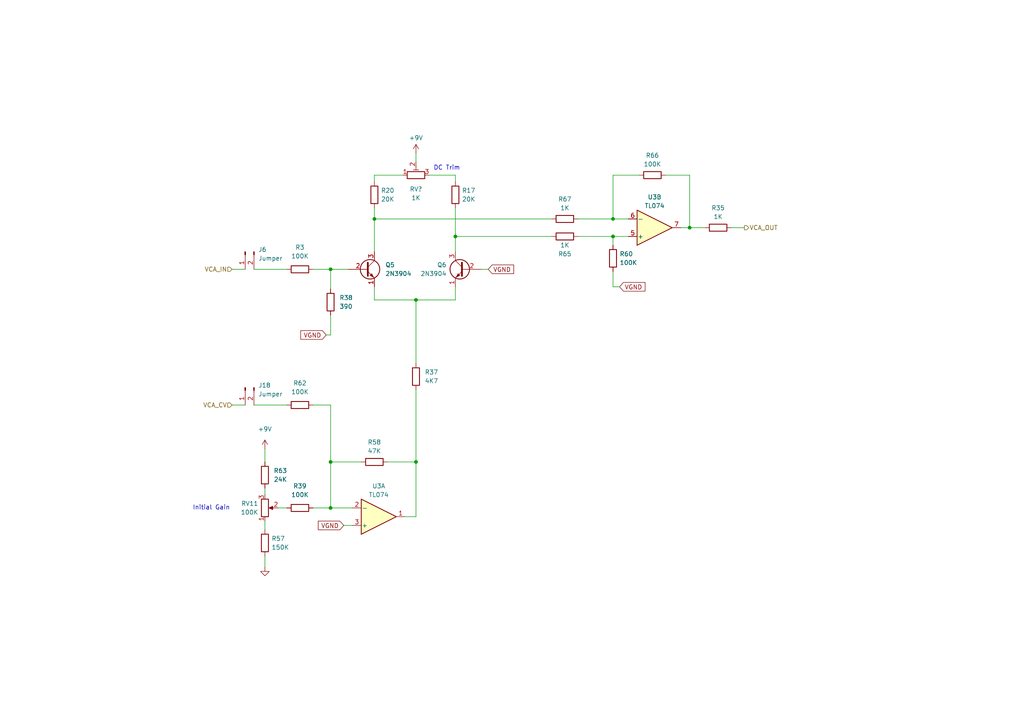
<source format=kicad_sch>
(kicad_sch (version 20211123) (generator eeschema)
  (paper "A4")
  (title_block (title "LivSynth - VCA") (date "2022-07-18") (rev "${Version}") (company "SloBlo Labs"))
  (lib_symbols
    (symbol "Amplifier_Operational:TL074" (pin_names (offset 0.127))
      (property "Reference" "U" (at 0 5.08 0))
      (property "Value" "TL074" (at 0 -5.08 0))
      (symbol "TL074_1_1"
        (polyline (pts (xy -5.08 5.08) (xy 5.08 0) (xy -5.08 -5.08) (xy -5.08 5.08)) (stroke (width 0.254)) (fill (type background)))
        (pin output line (at 7.62 0 180) (length 2.54) (name "~") (number "1"))
        (pin input line (at -7.62 -2.54 0) (length 2.54) (name "-") (number "2"))
        (pin input line (at -7.62 2.54 0) (length 2.54) (name "+") (number "3"))
      )
      (symbol "TL074_2_1"
        (polyline (pts (xy -5.08 5.08) (xy 5.08 0) (xy -5.08 -5.08) (xy -5.08 5.08)) (stroke (width 0.254)) (fill (type background)))
        (pin input line (at -7.62 2.54 0) (length 2.54) (name "+") (number "5"))
        (pin input line (at -7.62 -2.54 0) (length 2.54) (name "-") (number "6"))
        (pin output line (at 7.62 0 180) (length 2.54) (name "~") (number "7"))
      )
      (symbol "TL074_3_1"
        (polyline (pts (xy -5.08 5.08) (xy 5.08 0) (xy -5.08 -5.08) (xy -5.08 5.08)) (stroke (width 0.254)) (fill (type background)))
        (pin input line (at -7.62 2.54 0) (length 2.54) (name "+") (number "10"))
        (pin output line (at 7.62 0 180) (length 2.54) (name "~") (number "8"))
        (pin input line (at -7.62 -2.54 0) (length 2.54) (name "-") (number "9"))
      )
      (symbol "TL074_4_1"
        (polyline (pts (xy -5.08 5.08) (xy 5.08 0) (xy -5.08 -5.08) (xy -5.08 5.08)) (stroke (width 0.254)) (fill (type background)))
        (pin input line (at -7.62 2.54 0) (length 2.54) (name "+") (number "12"))
        (pin input line (at -7.62 -2.54 0) (length 2.54) (name "-") (number "13"))
        (pin output line (at 7.62 0 180) (length 2.54) (name "~") (number "14"))
      )
      (symbol "TL074_5_1"
        (pin power_in line (at -2.54 -7.62 90) (length 3.81) (name "V-") (number "11"))
        (pin power_in line (at -2.54 7.62 270) (length 3.81) (name "V+") (number "4"))
      )
    )
    (symbol "Connector:Conn_01x02_Male" (pin_names (offset 1.016) hide)
      (property "Reference" "J" (at 0 2.54 0))
      (property "Value" "Conn_01x02_Male" (at 0 -5.08 0))
      (symbol "Conn_01x02_Male_1_1"
        (polyline (pts (xy 1.27 -2.54) (xy 0.8636 -2.54)) (stroke (width 0.1524)))
        (polyline (pts (xy 1.27 0) (xy 0.8636 0)) (stroke (width 0.1524)))
        (rectangle (start 0.8636 -2.413) (end 0 -2.667) (stroke (width 0.1524)) (fill (type outline)))
        (rectangle (start 0.8636 0.127) (end 0 -0.127) (stroke (width 0.1524)) (fill (type outline)))
        (pin passive line (at 5.08 0 180) (length 3.81) (name "Pin_1") (number "1"))
        (pin passive line (at 5.08 -2.54 180) (length 3.81) (name "Pin_2") (number "2"))
      )
    )
    (symbol "Device:R" (pin_numbers hide) (pin_names (offset 0))
      (property "Reference" "R" (at 2.032 0 90))
      (property "Value" "R" (at 0 0 90))
      (symbol "R_0_1"
        (rectangle (start -1.016 -2.54) (end 1.016 2.54) (stroke (width 0.254)))
      )
      (symbol "R_1_1"
        (pin passive line (at 0 3.81 270) (length 1.27) (name "~") (number "1"))
        (pin passive line (at 0 -3.81 90) (length 1.27) (name "~") (number "2"))
      )
    )
    (symbol "Device:R_Potentiometer" (pin_names (offset 1.016) hide)
      (property "Reference" "RV" (at -4.445 0 90))
      (property "Value" "R_Potentiometer" (at -2.54 0 90))
      (symbol "R_Potentiometer_0_1"
        (polyline (pts (xy 2.54 0) (xy 1.524 0)))
        (polyline (pts (xy 1.143 0) (xy 2.286 0.508) (xy 2.286 -0.508) (xy 1.143 0)) (fill (type outline)))
        (rectangle (start 1.016 2.54) (end -1.016 -2.54) (stroke (width 0.254)))
      )
      (symbol "R_Potentiometer_1_1"
        (pin passive line (at 0 3.81 270) (length 1.27) (name "1") (number "1"))
        (pin passive line (at 3.81 0 180) (length 1.27) (name "2") (number "2"))
        (pin passive line (at 0 -3.81 90) (length 1.27) (name "3") (number "3"))
      )
    )
    (symbol "Device:R_Potentiometer_Trim" (pin_names (offset 1.016) hide)
      (property "Reference" "RV" (at -4.445 0 90))
      (property "Value" "R_Potentiometer_Trim" (at -2.54 0 90))
      (symbol "R_Potentiometer_Trim_0_1"
        (polyline (pts (xy 1.524 0.762) (xy 1.524 -0.762)))
        (polyline (pts (xy 2.54 0) (xy 1.524 0)))
        (rectangle (start 1.016 2.54) (end -1.016 -2.54) (stroke (width 0.254)))
      )
      (symbol "R_Potentiometer_Trim_1_1"
        (pin passive line (at 0 3.81 270) (length 1.27) (name "1") (number "1"))
        (pin passive line (at 3.81 0 180) (length 1.27) (name "2") (number "2"))
        (pin passive line (at 0 -3.81 90) (length 1.27) (name "3") (number "3"))
      )
    )
    (symbol "Transistor_BJT:2N3904" (pin_names (offset 0) hide)
      (property "Reference" "Q" (at 5.08 1.905 0))
      (property "Value" "2N3904" (at 5.08 0 0))
      (symbol "2N3904_0_1"
        (polyline (pts (xy 0.635 0.635) (xy 2.54 2.54)))
        (polyline (pts (xy 0.635 -0.635) (xy 2.54 -2.54) (xy 2.54 -2.54)))
        (polyline (pts (xy 0.635 1.905) (xy 0.635 -1.905) (xy 0.635 -1.905)) (stroke (width 0.508)))
        (polyline (pts (xy 1.27 -1.778) (xy 1.778 -1.27) (xy 2.286 -2.286) (xy 1.27 -1.778) (xy 1.27 -1.778)) (fill (type outline)))
        (circle (center 1.27 0) (radius 2.8194) (stroke (width 0.254)))
      )
      (symbol "2N3904_1_1"
        (pin passive line (at 2.54 -5.08 90) (length 2.54) (name "E") (number "1"))
        (pin passive line (at -5.08 0 0) (length 5.715) (name "B") (number "2"))
        (pin passive line (at 2.54 5.08 270) (length 2.54) (name "C") (number "3"))
      )
    )
    (symbol "power:+9V" (power) (pin_names (offset 0))
      (property "Value" "+9V" (at 0 3.556 0))
      (symbol "+9V_0_1"
        (polyline (pts (xy -0.762 1.27) (xy 0 2.54)))
        (polyline (pts (xy 0 0) (xy 0 2.54)))
        (polyline (pts (xy 0 2.54) (xy 0.762 1.27)))
      )
      (symbol "+9V_1_1"
        (pin power_in line (at 0 0 90) (length 0) hide (name "+9V") (number "1"))
      )
    )
    (symbol "power:GND" (power) (pin_names (offset 0))
      (property "Value" "GND" (at 0 -3.81 0))
      (symbol "GND_0_1"
        (polyline (pts (xy 0 0) (xy 0 -1.27) (xy 1.27 -1.27) (xy 0 -2.54) (xy -1.27 -1.27) (xy 0 -1.27)))
      )
      (symbol "GND_1_1"
        (pin power_in line (at 0 0 270) (length 0) hide (name "GND") (number "1"))
      )
    )
  )
  (junction (at 177.8 68.58))
  (junction (at 120.65 86.995))
  (junction (at 95.885 147.32))
  (junction (at 132.08 68.58))
  (junction (at 108.585 63.5))
  (junction (at 200.025 66.04))
  (junction (at 95.885 78.105))
  (junction (at 95.885 133.985))
  (junction (at 120.65 133.985))
  (junction (at 177.8 63.5))
  (wire (pts (xy 200.025 66.04) (xy 204.47 66.04)))
  (wire (pts (xy 67.31 117.475) (xy 71.12 117.475)))
  (wire (pts (xy 139.7 78.105) (xy 141.605 78.105)))
  (wire (pts (xy 120.65 133.985) (xy 120.65 149.86)))
  (wire (pts (xy 90.805 117.475) (xy 95.885 117.475)))
  (wire (pts (xy 90.805 147.32) (xy 95.885 147.32)))
  (wire (pts (xy 200.025 66.04) (xy 200.025 50.8)))
  (wire (pts (xy 120.65 86.995) (xy 132.08 86.995)))
  (wire (pts (xy 95.885 147.32) (xy 102.235 147.32)))
  (wire (pts (xy 212.09 66.04) (xy 215.9 66.04)))
  (wire (pts (xy 177.8 50.8) (xy 177.8 63.5)))
  (wire (pts (xy 177.8 68.58) (xy 177.8 71.12)))
  (wire (pts (xy 185.42 50.8) (xy 177.8 50.8)))
  (wire (pts (xy 177.8 83.185) (xy 179.705 83.185)))
  (wire (pts (xy 200.025 50.8) (xy 193.04 50.8)))
  (wire (pts (xy 76.835 130.175) (xy 76.835 133.985)))
  (wire (pts (xy 73.66 78.105) (xy 83.185 78.105)))
  (wire (pts (xy 95.885 78.105) (xy 100.965 78.105)))
  (wire (pts (xy 90.805 78.105) (xy 95.885 78.105)))
  (wire (pts (xy 108.585 63.5) (xy 108.585 73.025)))
  (wire (pts (xy 132.08 68.58) (xy 132.08 73.025)))
  (wire (pts (xy 124.46 50.8) (xy 132.08 50.8)))
  (wire (pts (xy 99.695 152.4) (xy 102.235 152.4)))
  (wire (pts (xy 108.585 50.8) (xy 116.84 50.8)))
  (wire (pts (xy 120.65 105.41) (xy 120.65 86.995)))
  (wire (pts (xy 177.8 63.5) (xy 182.245 63.5)))
  (wire (pts (xy 76.835 161.29) (xy 76.835 164.465)))
  (wire (pts (xy 132.08 50.8) (xy 132.08 52.705)))
  (wire (pts (xy 108.585 86.995) (xy 120.65 86.995)))
  (wire (pts (xy 112.395 133.985) (xy 120.65 133.985)))
  (wire (pts (xy 94.615 97.155) (xy 95.885 97.155)))
  (wire (pts (xy 167.64 63.5) (xy 177.8 63.5)))
  (wire (pts (xy 76.835 141.605) (xy 76.835 143.51)))
  (wire (pts (xy 67.31 78.105) (xy 71.12 78.105)))
  (wire (pts (xy 197.485 66.04) (xy 200.025 66.04)))
  (wire (pts (xy 95.885 83.82) (xy 95.885 78.105)))
  (wire (pts (xy 73.66 117.475) (xy 83.185 117.475)))
  (wire (pts (xy 108.585 60.325) (xy 108.585 63.5)))
  (wire (pts (xy 104.775 133.985) (xy 95.885 133.985)))
  (wire (pts (xy 76.835 151.13) (xy 76.835 153.67)))
  (wire (pts (xy 108.585 50.8) (xy 108.585 52.705)))
  (wire (pts (xy 177.8 78.74) (xy 177.8 83.185)))
  (wire (pts (xy 120.65 44.45) (xy 120.65 46.99)))
  (wire (pts (xy 120.65 149.86) (xy 117.475 149.86)))
  (wire (pts (xy 108.585 83.185) (xy 108.585 86.995)))
  (wire (pts (xy 120.65 113.03) (xy 120.65 133.985)))
  (wire (pts (xy 132.08 60.325) (xy 132.08 68.58)))
  (wire (pts (xy 177.8 68.58) (xy 182.245 68.58)))
  (wire (pts (xy 95.885 117.475) (xy 95.885 133.985)))
  (wire (pts (xy 132.08 68.58) (xy 160.02 68.58)))
  (wire (pts (xy 108.585 63.5) (xy 160.02 63.5)))
  (wire (pts (xy 95.885 133.985) (xy 95.885 147.32)))
  (wire (pts (xy 132.08 86.995) (xy 132.08 83.185)))
  (wire (pts (xy 167.64 68.58) (xy 177.8 68.58)))
  (wire (pts (xy 80.645 147.32) (xy 83.185 147.32)))
  (wire (pts (xy 95.885 97.155) (xy 95.885 91.44)))
  (text "DC Trim" (at 125.73 49.53 0) (effects (font (size 1.27 1.27)) (justify left bottom)))
  (text "Initial Gain" (at 55.88 148.082 0) (effects (font (size 1.27 1.27)) (justify left bottom)))
  (global_label "VGND" (shape input) (at 179.705 83.185 0) (property "Intersheet References" "${INTERSHEET_REFS}" (effects hide)))
  (global_label "VGND" (shape input) (at 94.615 97.155 180) (property "Intersheet References" "${INTERSHEET_REFS}" (effects hide)))
  (global_label "VGND" (shape input) (at 99.695 152.4 180) (property "Intersheet References" "${INTERSHEET_REFS}" (effects hide)))
  (global_label "VGND" (shape input) (at 141.605 78.105 0) (property "Intersheet References" "${INTERSHEET_REFS}" (effects hide)))
  (hierarchical_label "VCA_OUT" (shape output) (at 215.9 66.04 0))
  (hierarchical_label "VCA_IN" (shape input) (at 67.31 78.105 180))
  (hierarchical_label "VCA_CV" (shape input) (at 67.31 117.475 180))
  (symbol (lib_id "power:GND") (at 76.835 164.465 0) (unit 1)
    (property "Reference" "#PWR061" (effects hide))
    (property "Value" "GND" (effects hide))
  )
  (symbol (lib_id "Device:R") (at 132.08 56.515 0) (unit 1)
    (property "Reference" "R17" (at 133.985 55.2449 0) (effects (justify left)))
    (property "Value" "20K" (at 133.985 57.7849 0) (effects (justify left)))
    (property "Footprint" "Resistor_THT:R_Axial_DIN0207_L6.3mm_D2.5mm_P7.62mm_Horizontal" (effects hide))
  )
  (symbol (lib_id "Device:R") (at 120.65 109.22 0) (unit 1)
    (property "Reference" "R37" (at 123.19 107.9499 0) (effects (justify left)))
    (property "Value" "4K7" (at 123.19 110.4899 0) (effects (justify left)))
    (property "Footprint" "Resistor_THT:R_Axial_DIN0207_L6.3mm_D2.5mm_P7.62mm_Horizontal" (effects hide))
  )
  (symbol (lib_id "Device:R") (at 95.885 87.63 0) (unit 1)
    (property "Reference" "R38" (at 98.425 86.3599 0) (effects (justify left)))
    (property "Value" "390" (at 98.425 88.8999 0) (effects (justify left)))
    (property "Footprint" "Resistor_THT:R_Axial_DIN0207_L6.3mm_D2.5mm_P7.62mm_Horizontal" (effects hide))
  )
  (symbol (lib_id "Device:R") (at 86.995 147.32 90) (unit 1)
    (property "Reference" "R39" (at 86.995 140.97 90))
    (property "Value" "100K" (at 86.995 143.51 90))
    (property "Footprint" "Resistor_THT:R_Axial_DIN0207_L6.3mm_D2.5mm_P7.62mm_Horizontal" (effects hide))
  )
  (symbol (lib_id "power:+9V") (at 120.65 44.45 0) (unit 1)
    (property "Reference" "#PWR057" (effects hide))
    (property "Value" "+9V" (at 120.65 40.005 0))
  )
  (symbol (lib_id "Device:R_Potentiometer_Trim") (at 120.65 50.8 90) (unit 1)
    (property "Reference" "RV?" (at 120.65 54.864 90))
    (property "Value" "1K" (at 120.65 57.404 90))
    (property "Footprint" "SloBlo:Potentiometer_Bourns_3296W_Vertical" (effects hide))
  )
  (symbol (lib_id "Device:R") (at 108.585 56.515 0) (unit 1)
    (property "Reference" "R20" (at 110.49 55.2449 0) (effects (justify left)))
    (property "Value" "20K" (at 110.49 57.7849 0) (effects (justify left)))
    (property "Footprint" "Resistor_THT:R_Axial_DIN0207_L6.3mm_D2.5mm_P7.62mm_Horizontal" (effects hide))
  )
  (symbol (lib_id "Device:R") (at 76.835 137.795 0) (unit 1)
    (property "Reference" "R63" (at 79.375 136.5249 0) (effects (justify left)))
    (property "Value" "24K" (at 79.375 139.0649 0) (effects (justify left)))
    (property "Footprint" "Resistor_THT:R_Axial_DIN0207_L6.3mm_D2.5mm_P7.62mm_Horizontal" (effects hide))
  )
  (symbol (lib_id "Device:R") (at 86.995 117.475 90) (unit 1)
    (property "Reference" "R62" (at 86.995 111.125 90))
    (property "Value" "100K" (at 86.995 113.665 90))
    (property "Footprint" "Resistor_THT:R_Axial_DIN0207_L6.3mm_D2.5mm_P7.62mm_Horizontal" (effects hide))
  )
  (symbol (lib_id "Transistor_BJT:2N3904") (at 106.045 78.105 0) (unit 1)
    (property "Reference" "Q5" (at 111.76 76.8349 0) (effects (justify left)))
    (property "Value" "2N3904" (at 111.76 79.3749 0) (effects (justify left)))
    (property "Footprint" "Package_TO_SOT_THT:TO-92_Inline" (effects hide))
    (property "Datasheet" "https://www.onsemi.com/pub/Collateral/2N3903-D.PDF" (effects hide))
  )
  (symbol (lib_id "Amplifier_Operational:TL074") (at 189.865 66.04 0) (mirror x) (unit 2)
    (property "Reference" "U3" (at 189.865 57.15 0))
    (property "Value" "TL074" (at 189.865 59.69 0))
    (property "Footprint" "Package_SO:SOIC-14_3.9x8.7mm_P1.27mm" (effects hide))
    (property "Datasheet" "http://www.ti.com/lit/ds/symlink/tl071.pdf" (effects hide))
    (property "LCSC" "C2057504" (effects hide))
  )
  (symbol (lib_id "Device:R") (at 108.585 133.985 90) (unit 1)
    (property "Reference" "R58" (at 108.585 128.27 90))
    (property "Value" "47K" (at 108.585 130.81 90))
    (property "Footprint" "Resistor_THT:R_Axial_DIN0207_L6.3mm_D2.5mm_P7.62mm_Horizontal" (effects hide))
  )
  (symbol (lib_id "Connector:Conn_01x02_Male") (at 71.12 73.025 90) (mirror x) (unit 1)
    (property "Reference" "J6" (at 74.93 72.3899 90) (effects (justify right)))
    (property "Value" "Jumper" (at 74.93 74.9299 90) (effects (justify right)))
    (property "Footprint" "Connector_PinHeader_2.54mm:PinHeader_1x02_P2.54mm_Vertical" (effects hide))
  )
  (symbol (lib_id "Device:R") (at 163.83 63.5 90) (unit 1)
    (property "Reference" "R67" (at 163.83 57.785 90))
    (property "Value" "1K" (at 163.83 60.325 90))
    (property "Footprint" "Resistor_THT:R_Axial_DIN0207_L6.3mm_D2.5mm_P7.62mm_Horizontal" (effects hide))
  )
  (symbol (lib_id "Connector:Conn_01x02_Male") (at 71.12 112.395 90) (mirror x) (unit 1)
    (property "Reference" "J18" (at 74.93 111.7599 90) (effects (justify right)))
    (property "Value" "Jumper" (at 74.93 114.2999 90) (effects (justify right)))
    (property "Footprint" "Connector_PinHeader_2.54mm:PinHeader_1x02_P2.54mm_Vertical" (effects hide))
  )
  (symbol (lib_id "Device:R") (at 86.995 78.105 90) (unit 1)
    (property "Reference" "R3" (at 86.995 71.755 90))
    (property "Value" "100K" (at 86.995 74.295 90))
    (property "Footprint" "Resistor_THT:R_Axial_DIN0207_L6.3mm_D2.5mm_P7.62mm_Horizontal" (effects hide))
  )
  (symbol (lib_id "Device:R") (at 163.83 68.58 90) (unit 1)
    (property "Reference" "R65" (at 163.83 73.66 90))
    (property "Value" "1K" (at 163.83 71.12 90))
    (property "Footprint" "Resistor_THT:R_Axial_DIN0207_L6.3mm_D2.5mm_P7.62mm_Horizontal" (effects hide))
  )
  (symbol (lib_id "Device:R_Potentiometer") (at 76.835 147.32 0) (mirror x) (unit 1)
    (property "Reference" "RV11" (at 74.93 146.0499 0) (effects (justify right)))
    (property "Value" "100K" (at 74.93 148.5899 0) (effects (justify right)))
    (property "Footprint" "SloBlo:Alpha_RD901F" (effects hide))
  )
  (symbol (lib_id "Transistor_BJT:2N3904") (at 134.62 78.105 0) (mirror y) (unit 1)
    (property "Reference" "Q6" (at 129.54 76.8349 0) (effects (justify left)))
    (property "Value" "2N3904" (at 129.54 79.3749 0) (effects (justify left)))
    (property "Footprint" "Package_TO_SOT_THT:TO-92_Inline" (effects hide))
    (property "Datasheet" "https://www.onsemi.com/pub/Collateral/2N3903-D.PDF" (effects hide))
  )
  (symbol (lib_id "Device:R") (at 189.23 50.8 270) (unit 1)
    (property "Reference" "R66" (at 189.23 45.085 90))
    (property "Value" "100K" (at 189.23 47.625 90))
    (property "Footprint" "Resistor_THT:R_Axial_DIN0207_L6.3mm_D2.5mm_P7.62mm_Horizontal" (effects hide))
  )
  (symbol (lib_id "power:+9V") (at 76.835 130.175 0) (unit 1)
    (property "Reference" "#PWR060" (effects hide))
    (property "Value" "+9V" (at 76.835 124.46 0))
  )
  (symbol (lib_id "Device:R") (at 177.8 74.93 180) (unit 1)
    (property "Reference" "R60" (at 179.705 73.6599 0) (effects (justify right)))
    (property "Value" "100K" (at 179.705 76.1999 0) (effects (justify right)))
    (property "Footprint" "Resistor_THT:R_Axial_DIN0207_L6.3mm_D2.5mm_P7.62mm_Horizontal" (effects hide))
  )
  (symbol (lib_id "Device:R") (at 76.835 157.48 0) (unit 1)
    (property "Reference" "R57" (at 78.74 156.2099 0) (effects (justify left)))
    (property "Value" "150K" (at 78.74 158.7499 0) (effects (justify left)))
    (property "Footprint" "Resistor_THT:R_Axial_DIN0207_L6.3mm_D2.5mm_P7.62mm_Horizontal" (effects hide))
  )
  (symbol (lib_id "Amplifier_Operational:TL074") (at 109.855 149.86 0) (mirror x) (unit 1)
    (property "Reference" "U3" (at 109.855 140.97 0))
    (property "Value" "TL074" (at 109.855 143.51 0))
    (property "Footprint" "Package_SO:SOIC-14_3.9x8.7mm_P1.27mm" (effects hide))
    (property "Datasheet" "http://www.ti.com/lit/ds/symlink/tl071.pdf" (effects hide))
    (property "LCSC" "C2057504" (effects hide))
  )
  (symbol (lib_id "Device:R") (at 208.28 66.04 90) (unit 1)
    (property "Reference" "R35" (at 208.28 60.325 90))
    (property "Value" "1K" (at 208.28 62.865 90))
    (property "Footprint" "Resistor_THT:R_Axial_DIN0207_L6.3mm_D2.5mm_P7.62mm_Horizontal" (effects hide))
  )
)
</source>
